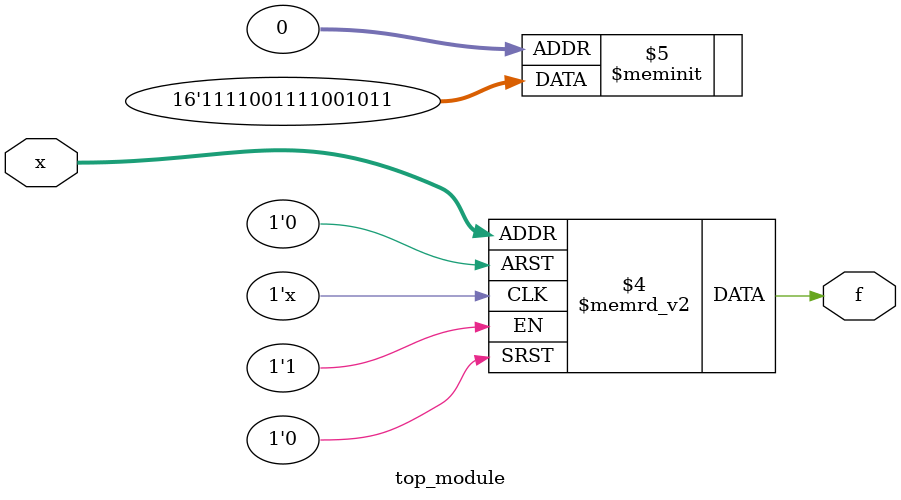
<source format=sv>
module top_module (
    input [4:1] x,
    output logic f
);

always_comb begin
    case ({x[4], x[3], x[2], x[1]})
        4'b0001, 4'b0011, 4'b1000, 4'b1001, 4'b1110, 4'b1111: f = 1;
        4'b0010, 4'b0100, 4'b0101, 4'b1010, 4'b1011: f = 0;
        default: f = 1; // Don't-care case
    endcase
end

endmodule

</source>
